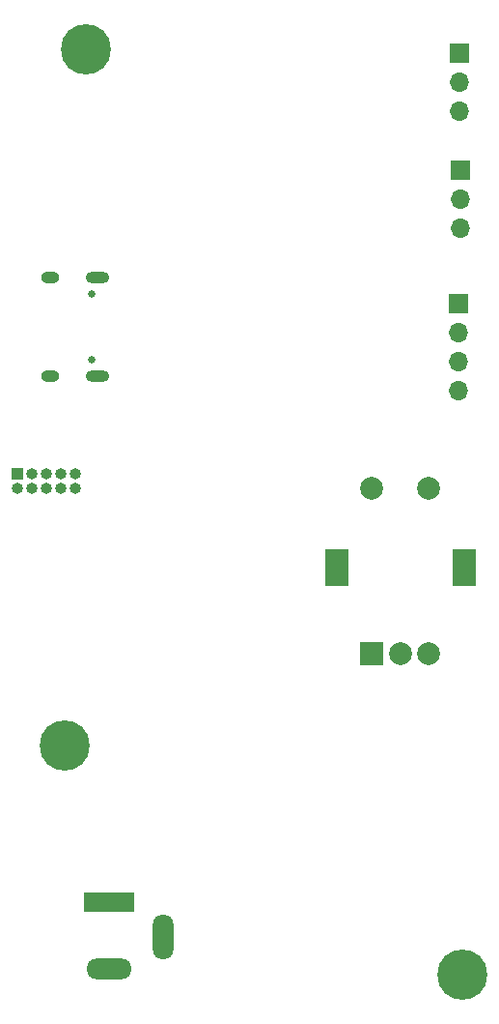
<source format=gbr>
%TF.GenerationSoftware,KiCad,Pcbnew,7.0.2*%
%TF.CreationDate,2023-07-17T10:41:54+03:00*%
%TF.ProjectId,DeskSmartFan,4465736b-536d-4617-9274-46616e2e6b69,rev?*%
%TF.SameCoordinates,Original*%
%TF.FileFunction,Soldermask,Bot*%
%TF.FilePolarity,Negative*%
%FSLAX46Y46*%
G04 Gerber Fmt 4.6, Leading zero omitted, Abs format (unit mm)*
G04 Created by KiCad (PCBNEW 7.0.2) date 2023-07-17 10:41:54*
%MOMM*%
%LPD*%
G01*
G04 APERTURE LIST*
%ADD10C,0.700000*%
%ADD11C,4.400000*%
%ADD12R,1.700000X1.700000*%
%ADD13O,1.700000X1.700000*%
%ADD14R,2.000000X2.000000*%
%ADD15C,2.000000*%
%ADD16R,2.000000X3.200000*%
%ADD17R,1.000000X1.000000*%
%ADD18O,1.000000X1.000000*%
%ADD19R,4.400000X1.800000*%
%ADD20O,4.000000X1.800000*%
%ADD21O,1.800000X4.000000*%
%ADD22C,0.650000*%
%ADD23O,2.100000X1.000000*%
%ADD24O,1.600000X1.000000*%
G04 APERTURE END LIST*
D10*
%TO.C,REF\u002A\u002A*%
X125490000Y-40655000D03*
X125973274Y-39488274D03*
X125973274Y-41821726D03*
X127140000Y-39005000D03*
D11*
X127140000Y-40655000D03*
D10*
X127140000Y-42305000D03*
X128306726Y-39488274D03*
X128306726Y-41821726D03*
X128790000Y-40655000D03*
%TD*%
D12*
%TO.C,J5*%
X159790000Y-62925000D03*
D13*
X159790000Y-65465000D03*
X159790000Y-68005000D03*
X159790000Y-70545000D03*
%TD*%
D12*
%TO.C,J3*%
X159940000Y-51255000D03*
D13*
X159940000Y-53795000D03*
X159940000Y-56335000D03*
%TD*%
D12*
%TO.C,J4*%
X159870000Y-41015000D03*
D13*
X159870000Y-43555000D03*
X159870000Y-46095000D03*
%TD*%
D14*
%TO.C,SW2*%
X152220000Y-93545000D03*
D15*
X157220000Y-93545000D03*
X154720000Y-93545000D03*
D16*
X149120000Y-86045000D03*
X160320000Y-86045000D03*
D15*
X157220000Y-79045000D03*
X152220000Y-79045000D03*
%TD*%
D10*
%TO.C,REF\u002A\u002A*%
X158490000Y-121655000D03*
X158973274Y-120488274D03*
X158973274Y-122821726D03*
X160140000Y-120005000D03*
D11*
X160140000Y-121655000D03*
D10*
X160140000Y-123305000D03*
X161306726Y-120488274D03*
X161306726Y-122821726D03*
X161790000Y-121655000D03*
%TD*%
D17*
%TO.C,J6*%
X121135000Y-77850000D03*
D18*
X121135000Y-79120000D03*
X122405000Y-77850000D03*
X122405000Y-79120000D03*
X123675000Y-77850000D03*
X123675000Y-79120000D03*
X124945000Y-77850000D03*
X124945000Y-79120000D03*
X126215000Y-77850000D03*
X126215000Y-79120000D03*
%TD*%
D19*
%TO.C,J2*%
X129140000Y-115355000D03*
D20*
X129140000Y-121155000D03*
D21*
X133940000Y-118355000D03*
%TD*%
D10*
%TO.C,REF\u002A\u002A*%
X123650000Y-101600000D03*
X124133274Y-100433274D03*
X124133274Y-102766726D03*
X125300000Y-99950000D03*
D11*
X125300000Y-101600000D03*
D10*
X125300000Y-103250000D03*
X126466726Y-100433274D03*
X126466726Y-102766726D03*
X126950000Y-101600000D03*
%TD*%
D22*
%TO.C,J1*%
X127610000Y-62085000D03*
X127610000Y-67865000D03*
D23*
X128140000Y-60655000D03*
D24*
X123960000Y-60655000D03*
D23*
X128140000Y-69295000D03*
D24*
X123960000Y-69295000D03*
%TD*%
M02*

</source>
